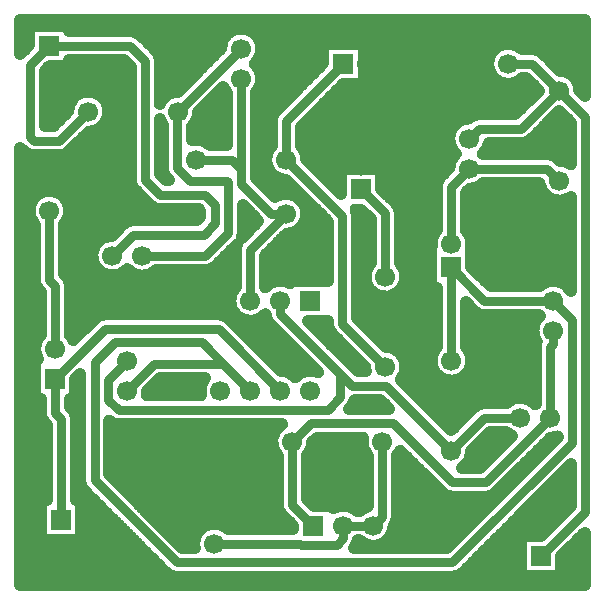
<source format=gbl>
%FSLAX42Y42*%
%MOMM*%
G71*
G01*
G75*
G04 Layer_Physical_Order=2*
%ADD10C,1.00*%
%ADD11C,0.75*%
%ADD12C,1.70*%
%ADD13R,1.70X1.70*%
D10*
X4844Y4296D02*
G03*
X4677Y4463I-170J-3D01*
G01*
X4532Y4608D02*
G03*
X4445Y4644I-87J-87D01*
G01*
X4532Y4608D02*
G03*
X4445Y4644I-87J-87D01*
G01*
X4360D02*
G03*
X4360Y4399I-118J-123D01*
G01*
X4351Y3848D02*
G03*
X4438Y3883I0J123D01*
G01*
X3995Y4093D02*
G03*
X3909Y4057I0J-123D01*
G01*
X3995Y4093D02*
G03*
X3909Y4057I0J-123D01*
G01*
X3908Y4056D02*
G03*
X3799Y3759I3J-170D01*
G01*
X4659Y3719D02*
G03*
X4572Y3755I-87J-87D01*
G01*
X4659Y3719D02*
G03*
X4572Y3755I-87J-87D01*
G01*
X4772Y3669D02*
G03*
X4677Y3701I-98J-139D01*
G01*
X4505Y3510D02*
G03*
X4772Y3392I169J21D01*
G01*
X4351Y3848D02*
G03*
X4438Y3884I0J123D01*
G01*
X4772Y2596D02*
G03*
X4505Y2637I-149J-81D01*
G01*
X4510Y2388D02*
G03*
X4483Y2164I113J-127D01*
G01*
X4025Y3759D02*
G03*
X4077Y3848I-113J127D01*
G01*
X3915Y3462D02*
G03*
X4029Y3510I-3J170D01*
G01*
X3927Y2966D02*
G03*
X3929Y2996I-167J30D01*
G01*
G03*
X3882Y3113I-170J0D01*
G01*
X3953Y2428D02*
G03*
X4040Y2392I87J87D01*
G01*
X3954Y2428D02*
G03*
X4040Y2392I87J87D01*
G01*
X3799Y3759D02*
G03*
X3742Y3635I113J-127D01*
G01*
X3673Y3566D02*
G03*
X3637Y3480I87J-87D01*
G01*
X3673Y3567D02*
G03*
X3637Y3480I87J-87D01*
G01*
X3323Y3253D02*
G03*
X3287Y3339I-123J0D01*
G01*
X3323Y3253D02*
G03*
X3287Y3340I-123J0D01*
G01*
X2532Y3712D02*
G03*
X2485Y3826I-170J-3D01*
G01*
X3637Y3113D02*
G03*
X3592Y2966I123J-118D01*
G01*
X3370Y2718D02*
G03*
X3323Y2836I-170J0D01*
G01*
X3078D02*
G03*
X3370Y2718I123J-118D01*
G01*
X2960Y3233D02*
G03*
X2948Y3286I-123J0D01*
G01*
X2960Y3233D02*
G03*
X2948Y3286I-123J0D01*
G01*
X2365Y3081D02*
G03*
X2532Y3251I-3J170D01*
G01*
X2715Y2319D02*
G03*
X2751Y2232I123J0D01*
G01*
X2715Y2319D02*
G03*
X2751Y2232I123J0D01*
G01*
X4483Y2164D02*
G03*
X4475Y2121I115J-43D01*
G01*
X4483Y2164D02*
G03*
X4475Y2121I115J-43D01*
G01*
X4470Y1637D02*
G03*
X4226Y1647I-127J-113D01*
G01*
X4601Y1354D02*
G03*
X4660Y1366I-3J170D01*
G01*
X4226Y1402D02*
G03*
X4271Y1370I118J123D01*
G01*
X3929Y2007D02*
G03*
X3882Y2124I-170J0D01*
G01*
X3637D02*
G03*
X3929Y2007I123J-118D01*
G01*
X4039Y1647D02*
G03*
X3952Y1611I0J-123D01*
G01*
X4039Y1647D02*
G03*
X3952Y1611I0J-123D01*
G01*
X3849Y1100D02*
G03*
X3929Y1241I-90J144D01*
G01*
X4051Y855D02*
G03*
X4138Y891I0J123D01*
G01*
X4051Y855D02*
G03*
X4138Y891I0J123D01*
G01*
X3769Y177D02*
G03*
X3856Y213I0J123D01*
G01*
X3769Y177D02*
G03*
X3856Y213I0J123D01*
G01*
X3370Y1956D02*
G03*
X3204Y2126I-170J0D01*
G01*
X3331Y1846D02*
G03*
X3370Y1956I-130J109D01*
G01*
X3030Y1953D02*
G03*
X3035Y1918I170J3D01*
G01*
X3297Y1203D02*
G03*
X3326Y1243I-123J118D01*
G01*
X3009Y1356D02*
G03*
X3052Y1203I166J-35D01*
G01*
X2632Y1909D02*
G03*
X2438Y1866I-67J-156D01*
G01*
X2906Y1610D02*
G03*
X2940Y1673I-87J87D01*
G01*
X2906Y1610D02*
G03*
X2940Y1673I-87J87D01*
G01*
X2535Y1203D02*
G03*
X2583Y1318I-123J118D01*
G01*
X3678Y891D02*
G03*
X3764Y855I87J87D01*
G01*
X3678Y891D02*
G03*
X3764Y855I87J87D01*
G01*
X3269Y607D02*
G03*
X3297Y686I-94J79D01*
G01*
X3269Y607D02*
G03*
X3297Y686I-94J79D01*
G01*
X3052Y773D02*
G03*
X2981Y732I46J-164D01*
G01*
Y487D02*
G03*
X3269Y607I118J123D01*
G01*
X2963Y732D02*
G03*
X2761Y757I-118J-123D01*
G01*
X2938Y422D02*
G03*
X2966Y487I-93J79D01*
G01*
X2938Y422D02*
G03*
X2966Y487I-93J79D01*
G01*
X2151Y4648D02*
G03*
X1811Y4651I-170J0D01*
G01*
X2094Y4521D02*
G03*
X2151Y4648I-113J127D01*
G01*
Y4394D02*
G03*
X2094Y4521I-170J0D01*
G01*
X2276Y4124D02*
G03*
X2240Y4037I87J-87D01*
G01*
X2276Y4124D02*
G03*
X2240Y4037I87J-87D01*
G01*
X2104Y4276D02*
G03*
X2151Y4394I-123J118D01*
G01*
X1828Y4321D02*
G03*
X1859Y4276I154J73D01*
G01*
X1445Y4285D02*
G03*
X1291Y4180I3J-170D01*
G01*
X1563Y3989D02*
G03*
X1618Y4112I-115J125D01*
G01*
X1291Y4049D02*
G03*
X1318Y4005I157J65D01*
G01*
X2240Y3826D02*
G03*
X2359Y3538I123J-118D01*
G01*
X2532Y3251D02*
G03*
X2267Y3392I-170J0D01*
G01*
X1985Y3047D02*
G03*
X1992Y3089I-115J42D01*
G01*
X1985Y3047D02*
G03*
X1992Y3089I-115J42D01*
G01*
X1942Y2988D02*
G03*
X1935Y2946I115J-42D01*
G01*
X1942Y2988D02*
G03*
X1935Y2946I115J-42D01*
G01*
X1718Y3831D02*
G03*
X1563Y3874I-118J-123D01*
G01*
X1318Y3635D02*
G03*
X1354Y3548I123J0D01*
G01*
X1318Y3635D02*
G03*
X1354Y3548I123J0D01*
G01*
X1676Y2773D02*
G03*
X1763Y2809I0J123D01*
G01*
X1676Y2773D02*
G03*
X1763Y2809I0J123D01*
G01*
X1128Y4760D02*
G03*
X1041Y4796I-87J-87D01*
G01*
X1291Y4547D02*
G03*
X1255Y4633I-123J0D01*
G01*
X1291Y4547D02*
G03*
X1255Y4633I-123J0D01*
G01*
X1128Y4760D02*
G03*
X1041Y4796I-87J-87D01*
G01*
X689Y3945D02*
G03*
X856Y4115I-3J170D01*
G01*
G03*
X516Y4118I-170J0D01*
G01*
X1209Y3325D02*
G03*
X1295Y3289I87J87D01*
G01*
X1209Y3325D02*
G03*
X1295Y3289I87J87D01*
G01*
X1046Y3538D02*
G03*
X1082Y3451I123J0D01*
G01*
X1046Y3538D02*
G03*
X1082Y3452I123J0D01*
G01*
X1067Y3196D02*
G03*
X980Y3160I0J-123D01*
G01*
X1067Y3196D02*
G03*
X980Y3160I0J-123D01*
G01*
X1016Y2783D02*
G03*
X1261Y2773I127J113D01*
G01*
X886Y3066D02*
G03*
X1016Y2783I3J-170D01*
G01*
X478Y3159D02*
G03*
X526Y3277I-123J118D01*
G01*
X439Y3746D02*
G03*
X526Y3782I0J123D01*
G01*
X439Y3746D02*
G03*
X526Y3782I0J123D01*
G01*
X139D02*
G03*
X226Y3746I87J87D01*
G01*
X139Y3782D02*
G03*
X226Y3746I87J87D01*
G01*
X526Y3277D02*
G03*
X233Y3159I-170J0D01*
G01*
X2395Y2662D02*
G03*
X2184Y2628I-84J-148D01*
G01*
X2189Y2397D02*
G03*
X2225Y2316I122J6D01*
G01*
X2189Y2397D02*
G03*
X2225Y2316I122J6D01*
G01*
X1935Y2632D02*
G03*
X2184Y2402I123J-118D01*
G01*
X2438Y1866D02*
G03*
X2315Y1923I-127J-113D01*
G01*
X2327Y1468D02*
G03*
X2291Y1203I86J-147D01*
G01*
X1875Y2362D02*
G03*
X1788Y2398I-87J-87D01*
G01*
X1875Y2362D02*
G03*
X1788Y2398I-87J-87D01*
G01*
X1671Y1859D02*
G03*
X1638Y1713I133J-106D01*
G01*
X2291Y787D02*
G03*
X2326Y701I123J0D01*
G01*
X2291Y787D02*
G03*
X2326Y701I123J0D01*
G01*
X1870Y580D02*
G03*
X1586Y422I-118J-123D01*
G01*
X1346Y213D02*
G03*
X1433Y177I87J87D01*
G01*
X1346Y213D02*
G03*
X1433Y177I87J87D01*
G01*
X828Y2398D02*
G03*
X741Y2362I0J-123D01*
G01*
X828Y2398D02*
G03*
X741Y2362I0J-123D01*
G01*
X529Y2642D02*
G03*
X493Y2728I-123J0D01*
G01*
X1181Y1713D02*
G03*
X1186Y1749I-165J40D01*
G01*
X560Y2181D02*
G03*
X529Y2226I-154J-73D01*
G01*
X580Y1516D02*
G03*
X544Y1603I-123J0D01*
G01*
X580Y1516D02*
G03*
X544Y1603I-123J0D01*
G01*
X529Y2642D02*
G03*
X493Y2728I-123J0D01*
G01*
X233Y2692D02*
G03*
X269Y2606I123J0D01*
G01*
X233Y2692D02*
G03*
X269Y2606I123J0D01*
G01*
X284Y2226D02*
G03*
X259Y2024I123J-118D01*
G01*
X284Y1567D02*
G03*
X320Y1480I123J0D01*
G01*
X284Y1567D02*
G03*
X320Y1481I123J0D01*
G01*
X862Y1498D02*
G03*
X942Y1468I81J92D01*
G01*
X862Y1498D02*
G03*
X942Y1468I81J92D01*
G01*
X617Y993D02*
G03*
X653Y906I123J0D01*
G01*
X617Y993D02*
G03*
X653Y907I123J0D01*
G01*
X4794Y4412D02*
Y4890D01*
X4744Y4447D02*
Y4890D01*
X4844Y4295D02*
Y4890D01*
X4485Y4637D02*
X4890D01*
X4553Y4587D02*
X4890D01*
X4603Y4537D02*
X4890D01*
X4764Y4437D02*
X4890D01*
X4815Y4387D02*
X4890D01*
X4838Y4337D02*
X4890D01*
X4653Y4487D02*
X4890D01*
X4644Y4495D02*
Y4890D01*
X4594Y4545D02*
Y4890D01*
X4694Y4461D02*
Y4890D01*
X4494Y4633D02*
Y4890D01*
X4544Y4595D02*
Y4890D01*
X4444Y4644D02*
Y4890D01*
X4532Y4608D02*
X4677Y4463D01*
X4394Y4644D02*
Y4890D01*
X4853Y4287D02*
X4890D01*
Y4249D02*
Y4890D01*
X4844Y4296D02*
X4890Y4249D01*
X4674Y4119D02*
X4772Y4021D01*
X4641Y4087D02*
X4706D01*
X4744Y3685D02*
Y4049D01*
X4541Y3987D02*
X4772D01*
X4591Y4037D02*
X4756D01*
X4772Y3669D02*
Y4021D01*
X4491Y3937D02*
X4772D01*
X4441Y3887D02*
X4772D01*
X4494Y4287D02*
Y4299D01*
X4444Y4237D02*
Y4349D01*
X4694Y3699D02*
Y4099D01*
X4394Y4399D02*
X4500Y4293D01*
X4438Y3884D02*
X4674Y4119D01*
X4594Y3753D02*
Y4040D01*
X4544Y3755D02*
Y3990D01*
X4644Y3731D02*
Y4090D01*
X4494Y3755D02*
Y3940D01*
X4444Y3755D02*
Y3890D01*
X4344Y4657D02*
Y4890D01*
X4294Y4683D02*
Y4890D01*
X4360Y4644D02*
X4445D01*
X4280Y4687D02*
X4890D01*
X4244Y4691D02*
Y4890D01*
X4346Y4387D02*
X4406D01*
X4360Y4399D02*
X4394D01*
X2835Y4337D02*
X4456D01*
X2785Y4287D02*
X4495D01*
X2735Y4237D02*
X4445D01*
X4194Y4684D02*
Y4890D01*
X4144Y4661D02*
Y4890D01*
X4094Y4606D02*
Y4890D01*
X3016Y4687D02*
X4204D01*
X3016Y4637D02*
X4117D01*
X3016Y4587D02*
X4085D01*
X3016Y4537D02*
X4073D01*
X3016Y4487D02*
X4075D01*
X3016Y4437D02*
X4094D01*
X3016Y4387D02*
X4138D01*
X4394Y4187D02*
Y4399D01*
X4344Y4137D02*
Y4386D01*
X4294Y4093D02*
Y4360D01*
X4244Y4093D02*
Y4351D01*
X4194Y4093D02*
Y4358D01*
X4144Y4093D02*
Y4382D01*
X4300Y4093D02*
X4500Y4293D01*
X3995Y4093D02*
X4300D01*
X2685Y4187D02*
X4395D01*
X2635Y4137D02*
X4345D01*
X4044Y4093D02*
Y4890D01*
X3994Y4093D02*
Y4890D01*
X3944Y4081D02*
Y4890D01*
X3894Y4055D02*
Y4890D01*
X3844Y4042D02*
Y4890D01*
X4094Y4093D02*
Y4437D01*
X2585Y4087D02*
X3959D01*
X4636Y3737D02*
X4772D01*
X4659Y3719D02*
X4677Y3701D01*
X4074Y3837D02*
X4772D01*
X4050Y3787D02*
X4772D01*
X4741Y3687D02*
X4772D01*
X4764Y3387D02*
X4772D01*
X4644Y2683D02*
Y3363D01*
X4394Y3755D02*
Y3855D01*
X4344Y3755D02*
Y3848D01*
X4077D02*
X4351D01*
X4294Y3755D02*
Y3848D01*
X4244Y3755D02*
Y3848D01*
X4194Y3755D02*
Y3848D01*
X4144Y3755D02*
Y3848D01*
X4094Y3755D02*
Y3848D01*
X4044Y3755D02*
Y3780D01*
X4744Y2633D02*
Y3376D01*
X4694Y2669D02*
Y3362D01*
X4772Y2596D02*
Y3392D01*
X4594Y2682D02*
Y3380D01*
X4544Y2665D02*
Y3420D01*
X4494Y2637D02*
Y3510D01*
X4741Y2637D02*
X4772D01*
X4041Y2687D02*
X4772D01*
X4091Y2637D02*
X4505D01*
X4444D02*
Y3510D01*
X4394Y2637D02*
Y3510D01*
X4344Y2637D02*
Y3510D01*
X4294Y2637D02*
Y3510D01*
X4244Y2637D02*
Y3510D01*
X4194Y2637D02*
Y3510D01*
X4144Y2637D02*
Y3510D01*
X4494Y2372D02*
Y2392D01*
X4044Y2684D02*
Y3510D01*
X4094Y2637D02*
Y3510D01*
X3882Y3387D02*
X4583D01*
X4029Y3755D02*
X4572D01*
X3882Y3337D02*
X4772D01*
X3882Y3287D02*
X4772D01*
X3882Y3237D02*
X4772D01*
X3882Y3187D02*
X4772D01*
X3924Y3037D02*
X4772D01*
X3929Y2987D02*
X4772D01*
X3929Y2937D02*
X4772D01*
X3882Y3137D02*
X4772D01*
X3903Y3087D02*
X4772D01*
X4029Y3510D02*
X4505D01*
X4000Y3487D02*
X4509D01*
X3882Y3429D02*
X3915Y3462D01*
X3890Y3437D02*
X4532D01*
X3894Y3099D02*
Y3442D01*
X3882Y3113D02*
Y3429D01*
X3941Y2787D02*
X4772D01*
X3991Y2737D02*
X4772D01*
X4040Y2392D02*
X4505D01*
X3929Y2887D02*
X4772D01*
X3929Y2837D02*
X4772D01*
X3882Y2387D02*
X4509D01*
X3882Y2337D02*
X4471D01*
X3882Y2287D02*
X4455D01*
X3882Y2237D02*
X4454D01*
X3882Y2187D02*
X4470D01*
X3882Y2137D02*
X4476D01*
X3944Y2784D02*
Y3465D01*
X3929Y2799D02*
Y2966D01*
X3994Y2734D02*
Y3484D01*
X3929Y2799D02*
X4091Y2637D01*
X3882Y2500D02*
X3953Y2428D01*
X3882Y2124D02*
Y2500D01*
Y2487D02*
X3895D01*
X3882Y2437D02*
X3945D01*
X3794Y4009D02*
Y4890D01*
X3744Y3917D02*
Y4890D01*
X3694Y3588D02*
Y4890D01*
X3144Y3626D02*
Y4890D01*
X3094Y3626D02*
Y4890D01*
X3044Y3626D02*
Y4890D01*
X3794Y3755D02*
Y3763D01*
X3744Y3663D02*
Y3856D01*
X2827Y3626D02*
X3167D01*
Y3587D02*
X3693D01*
X2994Y4691D02*
Y4890D01*
X2944Y4691D02*
Y4890D01*
X3016Y4351D02*
Y4691D01*
X2894D02*
Y4890D01*
X2844Y4691D02*
Y4890D01*
X2994Y3626D02*
Y4351D01*
X2944Y3626D02*
Y4351D01*
X2894Y3626D02*
Y4351D01*
X2850D02*
X3016D01*
X2844Y3626D02*
Y4346D01*
X3673Y3567D02*
X3742Y3635D01*
X3644Y3522D02*
Y4890D01*
X3167Y3537D02*
X3651D01*
X3594Y3037D02*
Y4890D01*
X3240Y3387D02*
X3637D01*
X3289Y3337D02*
X3637D01*
Y3113D02*
Y3480D01*
X3167Y3487D02*
X3637D01*
X3190Y3437D02*
X3637D01*
X3294Y3331D02*
Y4890D01*
X3244Y3382D02*
Y4890D01*
X3344Y2808D02*
Y4890D01*
X3167Y3459D02*
Y3626D01*
X3194Y3432D02*
Y4890D01*
X3167Y3459D02*
X3287Y3340D01*
X2807Y3437D02*
X2827D01*
Y3417D02*
Y3626D01*
X2794Y4691D02*
Y4890D01*
X2744Y4691D02*
Y4890D01*
X2676Y4691D02*
X3016D01*
X2535Y4037D02*
X3833D01*
X2485Y3986D02*
X2850Y4351D01*
X2485Y3987D02*
X3775D01*
X2513Y3787D02*
X3774D01*
X2485Y3937D02*
X3749D01*
X2530Y3737D02*
X3778D01*
X2485Y3887D02*
X3742D01*
X2485Y3837D02*
X3749D01*
X2694Y4691D02*
Y4890D01*
X2644Y4492D02*
Y4890D01*
X2594Y4442D02*
Y4890D01*
X2544Y4392D02*
Y4890D01*
X2494Y4342D02*
Y4890D01*
X2676Y4524D02*
Y4691D01*
X2485Y3826D02*
Y3986D01*
X2494Y3815D02*
Y3996D01*
X2444Y4292D02*
Y4890D01*
X2394Y4242D02*
Y4890D01*
X2744Y3499D02*
Y4246D01*
X2694Y3549D02*
Y4196D01*
X2794Y3449D02*
Y4296D01*
X2557Y3687D02*
X3751D01*
X2644Y3599D02*
Y4146D01*
X2532Y3712D02*
X2827Y3417D01*
X2657Y3587D02*
X2827D01*
X2707Y3537D02*
X2827D01*
X2757Y3487D02*
X2827D01*
X2607Y3637D02*
X3742D01*
X2359Y3538D02*
X2715Y3183D01*
X2544Y3699D02*
Y4046D01*
X2594Y3649D02*
Y4096D01*
X2394Y3418D02*
Y3503D01*
X2444Y3400D02*
Y3453D01*
X2594Y2685D02*
Y3303D01*
X2509Y3337D02*
X2560D01*
X2544Y2685D02*
Y3353D01*
X2465Y3387D02*
X2510D01*
X2494Y3358D02*
Y3403D01*
X3318Y3287D02*
X3637D01*
X3323Y3237D02*
X3637D01*
X3323Y3187D02*
X3637D01*
X3323Y3137D02*
X3637D01*
X3323Y3087D02*
X3616D01*
X3323Y3037D02*
X3594D01*
X3323Y2987D02*
X3589D01*
X3323Y2937D02*
X3589D01*
X3323Y2887D02*
X3589D01*
X3323Y2837D02*
X3589D01*
X3323Y2836D02*
Y3253D01*
X2994Y3286D02*
X3078Y3202D01*
Y2836D02*
Y3202D01*
X2960Y3237D02*
X3043D01*
X2960Y3187D02*
X3078D01*
X2960Y3137D02*
X3078D01*
X2960Y3087D02*
X3078D01*
X2960Y3037D02*
X3078D01*
X2960Y2987D02*
X3078D01*
X2960Y2937D02*
X3078D01*
X3369Y2737D02*
X3589D01*
X3368Y2687D02*
X3589D01*
Y2626D02*
X3637D01*
X3356Y2787D02*
X3589D01*
X3350Y2637D02*
X3589D01*
X3309Y2587D02*
X3637D01*
X3093Y2237D02*
X3637D01*
X3143Y2187D02*
X3637D01*
X3193Y2137D02*
X3637D01*
X2993Y2337D02*
X3637D01*
X3043Y2287D02*
X3637D01*
X3044Y2785D02*
Y3236D01*
X3589Y2626D02*
Y2966D01*
X2960Y2370D02*
Y3233D01*
X2994Y2335D02*
Y3286D01*
X3144Y2185D02*
Y2557D01*
X3094Y2235D02*
Y2585D01*
X3194Y2135D02*
Y2548D01*
X3044Y2285D02*
Y2650D01*
X2948Y3286D02*
X2994D01*
X2520Y3187D02*
X2710D01*
X2488Y3137D02*
X2715D01*
X2406Y3087D02*
X2715D01*
X2960Y2887D02*
X3078D01*
X2960Y2837D02*
X3078D01*
X2960Y2787D02*
X3045D01*
X2960Y2737D02*
X3031D01*
X2960Y2687D02*
X3033D01*
X2694Y2685D02*
Y3203D01*
X2528Y3287D02*
X2610D01*
X2644Y2685D02*
Y3253D01*
X2532Y3237D02*
X2660D01*
X2715Y2685D02*
Y3183D01*
X2494Y2685D02*
Y3144D01*
X2444Y2685D02*
Y3102D01*
X2395Y2685D02*
X2715D01*
X2394Y2663D02*
Y3084D01*
X2960Y2587D02*
X3092D01*
X2960Y2637D02*
X3051D01*
X2960Y2537D02*
X3637D01*
X2960Y2487D02*
X3637D01*
X2960Y2437D02*
X3637D01*
X2960Y2387D02*
X3637D01*
X2751Y2137D02*
X2846D01*
X2701Y2187D02*
X2796D01*
X2715Y2319D02*
Y2345D01*
X2644Y2243D02*
Y2345D01*
X2694Y2193D02*
Y2345D01*
X2395Y2662D02*
Y2685D01*
X2543Y2345D02*
X2715D01*
X2651Y2237D02*
X2746D01*
X2601Y2287D02*
X2719D01*
X2744Y2143D02*
Y2239D01*
X2551Y2337D02*
X2715D01*
X2594Y2293D02*
Y2345D01*
X4475Y1642D02*
Y2121D01*
X4444Y1661D02*
Y2392D01*
X4394Y1686D02*
Y2392D01*
X4644Y1348D02*
Y1361D01*
X4594Y1298D02*
Y1348D01*
X4392Y1687D02*
X4475D01*
X4584Y1337D02*
X4633D01*
X4344Y1694D02*
Y2392D01*
X4294Y1687D02*
Y2392D01*
X4244Y1662D02*
Y2392D01*
X4194Y1647D02*
Y2392D01*
X4144Y1647D02*
Y2392D01*
X4244Y1344D02*
Y1386D01*
X4194Y1294D02*
Y1402D01*
X4094Y1647D02*
Y2392D01*
X4089Y1402D02*
X4226D01*
X4534Y1287D02*
X4583D01*
X4544Y1248D02*
Y1298D01*
X4772Y780D02*
Y1129D01*
X4484Y1237D02*
X4533D01*
X4494Y1198D02*
Y1248D01*
X4138Y891D02*
X4601Y1354D01*
X4730Y1087D02*
X4772D01*
X4744Y752D02*
Y1101D01*
X4694Y702D02*
Y1051D01*
X4680Y1037D02*
X4772D01*
X4644Y652D02*
Y1001D01*
X4434Y1187D02*
X4483D01*
X4444Y1148D02*
Y1198D01*
X4394Y1098D02*
Y1148D01*
X4144Y1244D02*
Y1402D01*
X4094Y1194D02*
Y1402D01*
X4384Y1137D02*
X4433D01*
X4334Y1087D02*
X4383D01*
X4344Y1048D02*
Y1098D01*
X4284Y1037D02*
X4333D01*
X4294Y998D02*
Y1048D01*
X3926Y2037D02*
X4475D01*
X3928Y1987D02*
X4475D01*
X4044Y1647D02*
Y2392D01*
X3909Y2087D02*
X4475D01*
X3914Y1937D02*
X4475D01*
X3880Y1887D02*
X4475D01*
X3769Y1837D02*
X4475D01*
X3490Y1687D02*
X4295D01*
X4039Y1647D02*
X4226D01*
X3390Y1787D02*
X4475D01*
X3440Y1737D02*
X4475D01*
X3994Y1638D02*
Y2401D01*
X3894Y2110D02*
Y2487D01*
X3944Y1603D02*
Y2437D01*
X3894Y1553D02*
Y1904D01*
X3540Y1637D02*
X3991D01*
X3590Y1587D02*
X3928D01*
X4075Y1387D02*
X4243D01*
X4025Y1337D02*
X4237D01*
X4044Y1144D02*
Y1357D01*
X4001Y1100D02*
X4271Y1370D01*
X3929Y1241D02*
X4089Y1402D01*
X3719Y422D02*
X4660Y1364D01*
X3975Y1287D02*
X4187D01*
X3929Y1237D02*
X4137D01*
X3919Y1187D02*
X4087D01*
X3891Y1137D02*
X4037D01*
X3856Y213D02*
X4772Y1129D01*
X3844Y1503D02*
Y1859D01*
X3794Y1453D02*
Y1840D01*
X3759Y1418D02*
X3952Y1611D01*
X3640Y1537D02*
X3878D01*
X3690Y1487D02*
X3828D01*
X3994Y1100D02*
Y1307D01*
X3944Y1100D02*
Y1257D01*
X3894Y1100D02*
Y1142D01*
X3849Y1100D02*
X4001D01*
X4630Y987D02*
X4772D01*
X4580Y937D02*
X4772D01*
X4530Y887D02*
X4772D01*
X4480Y837D02*
X4772D01*
X4430Y787D02*
X4772D01*
X4518Y526D02*
X4772Y780D01*
X4876Y537D02*
X4890D01*
X4826Y487D02*
X4890D01*
X4776Y437D02*
X4890D01*
X4726Y387D02*
X4890D01*
X4691Y352D02*
X4890Y551D01*
X4594Y602D02*
Y951D01*
X4544Y552D02*
Y901D01*
X4494Y526D02*
Y851D01*
X4244Y948D02*
Y998D01*
X4444Y526D02*
Y801D01*
X4380Y737D02*
X4729D01*
X4394Y526D02*
Y751D01*
X4351Y526D02*
X4518D01*
X4330Y687D02*
X4679D01*
X4280Y637D02*
X4629D01*
X4890Y110D02*
Y551D01*
X4844Y110D02*
Y506D01*
X4794Y110D02*
Y456D01*
X4744Y110D02*
Y406D01*
X4691Y186D02*
Y352D01*
X4694Y110D02*
Y356D01*
X4691Y337D02*
X4890D01*
X4691Y287D02*
X4890D01*
X4691Y237D02*
X4890D01*
X4691Y187D02*
X4890D01*
X4351Y186D02*
X4691D01*
X4644Y110D02*
Y186D01*
X4351D02*
Y526D01*
X4344Y110D02*
Y701D01*
X4294Y110D02*
Y651D01*
X4244Y110D02*
Y601D01*
X4594Y110D02*
Y186D01*
X4544Y110D02*
Y186D01*
X4494Y110D02*
Y186D01*
X4444Y110D02*
Y186D01*
X4394Y110D02*
Y186D01*
X4234Y987D02*
X4283D01*
X4184Y937D02*
X4233D01*
X4194Y898D02*
Y948D01*
X4144Y848D02*
Y898D01*
X4133Y887D02*
X4183D01*
X4094Y798D02*
Y863D01*
X4230Y587D02*
X4579D01*
X3297Y837D02*
X4133D01*
X3297Y787D02*
X4083D01*
X4044Y748D02*
Y855D01*
X3994Y698D02*
Y855D01*
X3944Y648D02*
Y855D01*
X3764D02*
X4051D01*
X3894Y598D02*
Y855D01*
X3297Y737D02*
X4033D01*
X3297Y687D02*
X3983D01*
X3844Y548D02*
Y855D01*
X3287Y637D02*
X3933D01*
X3267Y587D02*
X3883D01*
X4180Y537D02*
X4529D01*
X4194Y110D02*
Y551D01*
X4144Y110D02*
Y501D01*
X4130Y487D02*
X4351D01*
X4080Y437D02*
X4351D01*
X4030Y387D02*
X4351D01*
X3980Y337D02*
X4351D01*
X3930Y287D02*
X4351D01*
X3880Y237D02*
X4351D01*
X3817Y187D02*
X4351D01*
X4094Y110D02*
Y451D01*
X4044Y110D02*
Y401D01*
X3994Y110D02*
Y351D01*
X3252Y537D02*
X3833D01*
X3794Y498D02*
Y855D01*
X3944Y110D02*
Y301D01*
X3894Y110D02*
Y251D01*
X3844Y110D02*
Y203D01*
X3637Y2124D02*
Y2626D01*
X3594Y2048D02*
Y2626D01*
X3544Y1633D02*
Y4890D01*
X3309Y2087D02*
X3609D01*
X3444Y1733D02*
Y4890D01*
X3494Y1683D02*
Y4890D01*
X3350Y2037D02*
X3592D01*
X3368Y1987D02*
X3590D01*
X3369Y1937D02*
X3604D01*
X3356Y1887D02*
X3639D01*
X3340Y1837D02*
X3749D01*
X3344Y2046D02*
Y2627D01*
X3294Y2097D02*
Y2576D01*
X3394Y1783D02*
Y4890D01*
X3244Y2120D02*
Y2554D01*
X3344Y1833D02*
Y1865D01*
X2994Y1918D02*
Y1989D01*
X2969Y1918D02*
X3035D01*
X3744Y1433D02*
Y1837D01*
X3694Y1483D02*
Y1849D01*
X3740Y1437D02*
X3778D01*
X3644Y1533D02*
Y1881D01*
X3594Y1583D02*
Y1965D01*
X3331Y1846D02*
X3759Y1418D01*
X3326Y1243D02*
X3678Y891D01*
X3323Y1237D02*
X3332D01*
X3344Y422D02*
Y1225D01*
X3297Y686D02*
Y1203D01*
X3157Y1673D02*
X3230Y1601D01*
X3144D02*
Y1673D01*
X3094Y1601D02*
Y1673D01*
X3044Y1601D02*
Y1673D01*
X2994Y1601D02*
Y1673D01*
X3194Y1601D02*
Y1636D01*
X3052Y773D02*
Y1203D01*
X3044Y771D02*
Y1212D01*
X2994Y744D02*
Y1356D01*
X2960Y2370D02*
X3204Y2126D01*
X2851Y2037D02*
X2946D01*
X2944Y1943D02*
Y2039D01*
X2543Y2345D02*
X2906Y1982D01*
X2801Y2087D02*
X2896D01*
X2751Y2232D02*
X3030Y1953D01*
X2940Y1673D02*
X3157D01*
X2951Y1937D02*
X3031D01*
X2926Y1637D02*
X3194D01*
X2901Y1987D02*
X2996D01*
X2906Y1981D02*
X2969Y1918D01*
X2844Y2043D02*
Y2139D01*
X2794Y2093D02*
Y2189D01*
X2894Y1993D02*
Y2089D01*
X2394Y1901D02*
Y2147D01*
X2444Y1872D02*
Y2097D01*
X2594Y1920D02*
Y1947D01*
X2544Y1921D02*
Y1997D01*
X2494Y1907D02*
Y2047D01*
X2416Y1887D02*
X2461D01*
X2944Y1601D02*
Y1673D01*
X2897Y1601D02*
X3230D01*
X2897D02*
X2906Y1610D01*
X2621Y1356D02*
X3009D01*
X2602Y1337D02*
X3006D01*
X2894Y772D02*
Y1356D01*
X2944Y747D02*
Y1356D01*
X2580Y1287D02*
X3008D01*
X2561Y1237D02*
X3027D01*
X2844Y780D02*
Y1356D01*
X2744Y780D02*
Y1356D01*
X2794Y772D02*
Y1356D01*
X2694Y780D02*
Y1356D01*
X2644Y780D02*
Y1356D01*
X2583Y1318D02*
X2621Y1356D01*
X2544Y829D02*
Y1213D01*
X2594Y780D02*
Y1329D01*
X2535Y838D02*
Y1203D01*
X3644Y422D02*
Y925D01*
X3594Y422D02*
Y975D01*
X3297Y937D02*
X3632D01*
X3297Y987D02*
X3582D01*
X3544Y422D02*
Y1025D01*
X3744Y448D02*
Y857D01*
X3694Y422D02*
Y877D01*
X3297Y887D02*
X3682D01*
X3216Y487D02*
X3783D01*
X3444Y422D02*
Y1125D01*
X3297Y1187D02*
X3382D01*
X3394Y422D02*
Y1175D01*
X3297Y1137D02*
X3432D01*
X3297Y1087D02*
X3482D01*
X3297Y1037D02*
X3532D01*
X3494Y422D02*
Y1075D01*
X3294Y422D02*
Y658D01*
X3794Y110D02*
Y180D01*
X3744Y110D02*
Y177D01*
X3694Y110D02*
Y177D01*
X3644Y110D02*
Y177D01*
X3594Y110D02*
Y177D01*
X3544Y110D02*
Y177D01*
X3494Y110D02*
Y177D01*
X3444Y110D02*
Y177D01*
X3394Y110D02*
Y177D01*
X3344Y110D02*
Y177D01*
X3294Y110D02*
Y177D01*
X3244Y422D02*
Y522D01*
X3194Y422D02*
Y469D01*
X3144Y422D02*
Y446D01*
X3094Y422D02*
Y440D01*
X3044Y422D02*
Y449D01*
X3244Y110D02*
Y177D01*
X3194Y110D02*
Y177D01*
X3144Y110D02*
Y177D01*
X3094Y110D02*
Y177D01*
X3044Y110D02*
Y177D01*
X2535Y1187D02*
X3052D01*
X2535Y1137D02*
X3052D01*
X2535Y1087D02*
X3052D01*
X2535Y1037D02*
X3052D01*
X2535Y987D02*
X3052D01*
X2535Y937D02*
X3052D01*
X2587Y787D02*
X3052D01*
X2535Y887D02*
X3052D01*
X2537Y837D02*
X3052D01*
X2957Y737D02*
X2986D01*
X2761Y757D02*
Y780D01*
X2594D02*
X2761D01*
X2535Y838D02*
X2594Y780D01*
X2963Y732D02*
X2981D01*
X2966Y487D02*
X2981D01*
X2966Y487D02*
X2981D01*
X2421Y580D02*
Y606D01*
X2394Y580D02*
Y633D01*
X2949Y437D02*
X3733D01*
X2994Y422D02*
Y475D01*
X2944Y422D02*
Y430D01*
X2938Y422D02*
X3719D01*
X2994Y110D02*
Y177D01*
X2944Y110D02*
Y177D01*
X2894Y110D02*
Y177D01*
X2844Y110D02*
Y177D01*
X2794Y110D02*
Y177D01*
X2744Y110D02*
Y177D01*
X2694Y110D02*
Y177D01*
X2644Y110D02*
Y177D01*
X2594Y110D02*
Y177D01*
X2544Y110D02*
Y177D01*
X2494Y110D02*
Y177D01*
X2444Y110D02*
Y177D01*
X2394Y110D02*
Y177D01*
X2344Y110D02*
Y177D01*
X2147Y4687D02*
X2676D01*
X2151Y4637D02*
X2676D01*
X2140Y4587D02*
X2676D01*
X2080Y4787D02*
X4890D01*
X2126Y4737D02*
X4890D01*
X2146Y4437D02*
X2589D01*
X2151Y4387D02*
X2539D01*
X2141Y4337D02*
X2489D01*
X2110Y4537D02*
X2676D01*
X2124Y4487D02*
X2639D01*
X2094Y4775D02*
Y4890D01*
X2044Y4806D02*
Y4890D01*
X2144Y4696D02*
Y4890D01*
X1994Y4818D02*
Y4890D01*
X1944Y4814D02*
Y4890D01*
X2144Y4442D02*
Y4601D01*
X1894Y4794D02*
Y4890D01*
X1844Y4749D02*
Y4890D01*
X2344Y4192D02*
Y4890D01*
X2294Y4142D02*
Y4890D01*
X2276Y4124D02*
X2676Y4524D01*
X2113Y4287D02*
X2439D01*
X2104Y4237D02*
X2389D01*
X2244Y4071D02*
Y4890D01*
X2104Y4187D02*
X2339D01*
X2104Y4137D02*
X2289D01*
X2104Y4087D02*
X2250D01*
X2194Y3736D02*
Y4890D01*
X2144Y3515D02*
Y4347D01*
X1844Y3831D02*
Y4293D01*
X2104Y4037D02*
X2240D01*
Y3826D02*
Y4037D01*
X2104Y3632D02*
Y4276D01*
Y3987D02*
X2240D01*
X1859Y3831D02*
Y4276D01*
X1088Y4787D02*
X1883D01*
X1794Y4635D02*
Y4890D01*
X1744Y4585D02*
Y4890D01*
X110D02*
X4890D01*
X110Y4887D02*
X4890D01*
X526Y4837D02*
X4890D01*
X1251Y4637D02*
X1797D01*
X1284Y4587D02*
X1747D01*
X1793Y4287D02*
X1849D01*
X1151Y4737D02*
X1836D01*
X1201Y4687D02*
X1816D01*
X1694Y4535D02*
Y4890D01*
X1644Y4485D02*
Y4890D01*
X1594Y4435D02*
Y4890D01*
X1544Y4385D02*
Y4890D01*
X1494Y4335D02*
Y4890D01*
X1291Y4537D02*
X1697D01*
X1291Y4487D02*
X1647D01*
X1291Y4437D02*
X1597D01*
X1291Y4387D02*
X1547D01*
X1291Y4337D02*
X1497D01*
X1743Y4237D02*
X1859D01*
X1794Y3831D02*
Y4288D01*
X1744Y3831D02*
Y4238D01*
X1693Y4187D02*
X1859D01*
X1445Y4285D02*
X1811Y4651D01*
X1618Y4112D02*
X1828Y4321D01*
X1643Y4137D02*
X1859D01*
X1615Y4087D02*
X1859D01*
X1694Y3850D02*
Y4188D01*
X1599Y4037D02*
X1859D01*
X1563Y3987D02*
X1859D01*
X1444Y4285D02*
Y4890D01*
X1394Y4276D02*
Y4890D01*
X1344Y4250D02*
Y4890D01*
X1291Y4287D02*
X1447D01*
X1644Y3873D02*
Y4138D01*
X1594Y3878D02*
Y4029D01*
X1291Y4237D02*
X1329D01*
X2244Y3415D02*
Y3586D01*
X2294Y3407D02*
Y3553D01*
X2104Y3587D02*
X2243D01*
X2104Y3937D02*
X2240D01*
X2104Y3556D02*
X2267Y3392D01*
X2223Y3437D02*
X2460D01*
X2344Y3420D02*
Y3539D01*
X2123Y3537D02*
X2360D01*
X2173Y3487D02*
X2410D01*
X2104Y3887D02*
X2240D01*
X2104Y3837D02*
X2240D01*
X2104Y3787D02*
X2211D01*
X2104Y3737D02*
X2195D01*
X2104Y3687D02*
X2194D01*
X2104Y3637D02*
X2208D01*
X2104Y3556D02*
Y3632D01*
X2194Y3465D02*
Y3681D01*
X1992Y3287D02*
X2026D01*
X1992Y3237D02*
X2076D01*
X2321Y3037D02*
X2715D01*
X2271Y2987D02*
X2715D01*
X2180Y2896D02*
X2365Y3081D01*
X1992Y3321D02*
X2125Y3188D01*
X1992Y3187D02*
X2125D01*
X1985Y3047D02*
X2125Y3188D01*
X2221Y2937D02*
X2715D01*
X2180Y2887D02*
X2715D01*
X2180Y2837D02*
X2715D01*
X2180Y2787D02*
X2715D01*
X2180Y2737D02*
X2715D01*
X2094Y3157D02*
Y3219D01*
X2044Y3107D02*
Y3269D01*
X1994Y3057D02*
Y3319D01*
X1992Y3137D02*
X2075D01*
X1992Y3089D02*
Y3321D01*
X1992Y3087D02*
X2025D01*
X1718Y3831D02*
X1859D01*
X1563Y3874D02*
Y3989D01*
X1712Y3837D02*
X1859D01*
X1563Y3937D02*
X1859D01*
X1563Y3887D02*
X1859D01*
X1354Y3548D02*
X1368Y3534D01*
X1346D02*
X1368D01*
X1343Y3537D02*
X1365D01*
X1295Y3289D02*
X1623D01*
X1291Y3987D02*
X1318D01*
X1291Y3937D02*
X1318D01*
X1291Y3887D02*
X1318D01*
X1291Y3837D02*
X1318D01*
X1291Y3787D02*
X1318D01*
X1293Y3587D02*
X1327D01*
X1344Y3535D02*
Y3558D01*
X1291Y3737D02*
X1318D01*
X1291Y3589D02*
X1346Y3534D01*
X1891Y2937D02*
X1935D01*
X1841Y2887D02*
X1935D01*
X1791Y2837D02*
X1935D01*
X1623Y3289D02*
X1635Y3277D01*
X521Y3237D02*
X1635D01*
X1763Y2809D02*
X1942Y2988D01*
X1733Y2787D02*
X1935D01*
X1261Y2773D02*
X1676D01*
X1204Y2737D02*
X1935D01*
X1594Y3196D02*
Y3289D01*
X1544Y3196D02*
Y3289D01*
X1494Y3196D02*
Y3289D01*
X1444Y3196D02*
Y3289D01*
X1394Y3196D02*
Y3289D01*
X1635Y3221D02*
Y3277D01*
X1610Y3196D02*
X1635Y3221D01*
X1344Y3196D02*
Y3289D01*
X525Y3287D02*
X1625D01*
X1067Y3196D02*
X1610D01*
X1194Y4694D02*
Y4890D01*
X1144Y4744D02*
Y4890D01*
X1244Y4644D02*
Y4890D01*
X1094Y4784D02*
Y4890D01*
X1044Y4796D02*
Y4890D01*
X1128Y4760D02*
X1255Y4633D01*
X991Y4551D02*
X1046Y4496D01*
X994Y4796D02*
Y4890D01*
X944Y4796D02*
Y4890D01*
X894Y4796D02*
Y4890D01*
X844Y4796D02*
Y4890D01*
X794Y4796D02*
Y4890D01*
X744Y4796D02*
Y4890D01*
X694Y4796D02*
Y4890D01*
Y4285D02*
Y4551D01*
X644Y4796D02*
Y4890D01*
X594Y4796D02*
Y4890D01*
X1294Y4188D02*
Y4890D01*
X1291Y4180D02*
Y4547D01*
X1046Y3538D02*
Y4496D01*
X804Y4237D02*
X1046D01*
X840Y4187D02*
X1046D01*
X1044Y3194D02*
Y4497D01*
X1291Y3589D02*
Y4049D01*
X854Y4137D02*
X1046D01*
X1294Y3585D02*
Y4042D01*
X853Y4087D02*
X1046D01*
X837Y4037D02*
X1046D01*
X994Y3172D02*
Y4547D01*
X944Y3124D02*
Y4551D01*
X894Y3074D02*
Y4551D01*
X794Y4246D02*
Y4551D01*
X844Y4176D02*
Y4551D01*
X744Y4274D02*
Y4551D01*
X844Y3060D02*
Y4054D01*
X644Y4280D02*
Y4551D01*
X594Y4258D02*
Y4551D01*
X494Y4844D02*
Y4890D01*
X444Y4844D02*
Y4890D01*
X544Y4796D02*
Y4890D01*
X394Y4844D02*
Y4890D01*
X344Y4844D02*
Y4890D01*
X294Y4844D02*
Y4890D01*
X526Y4796D02*
X1041D01*
X526D02*
Y4844D01*
Y4551D02*
X991D01*
X244Y4844D02*
Y4890D01*
X186Y4844D02*
X526D01*
X194D02*
Y4890D01*
X186Y4677D02*
Y4844D01*
X144Y4636D02*
Y4890D01*
X110Y4837D02*
X186D01*
X110Y4601D02*
Y4890D01*
Y4787D02*
X186D01*
X110Y4737D02*
X186D01*
X110Y4687D02*
X186D01*
X110Y4637D02*
X146D01*
X110Y4601D02*
X186Y4677D01*
X526Y4537D02*
X1005D01*
X526Y4504D02*
Y4551D01*
X544Y4209D02*
Y4551D01*
X342Y4487D02*
X1046D01*
X318Y4437D02*
X1046D01*
X318Y4387D02*
X1046D01*
X318Y4337D02*
X1046D01*
X318Y4287D02*
X1046D01*
X318Y4237D02*
X567D01*
X318Y4187D02*
X532D01*
X494Y4097D02*
Y4504D01*
X444Y4047D02*
Y4504D01*
X394Y3997D02*
Y4504D01*
X359D02*
X526D01*
X318Y4463D02*
X359Y4504D01*
X389Y3991D02*
X516Y4118D01*
X344Y3991D02*
Y4489D01*
X318Y3991D02*
Y4463D01*
Y4137D02*
X517D01*
X318Y4087D02*
X485D01*
X1291Y3687D02*
X1318D01*
Y3635D02*
Y4005D01*
X1291Y3637D02*
X1318D01*
X1082Y3451D02*
X1209Y3325D01*
X485Y3387D02*
X1147D01*
X1194Y3196D02*
Y3339D01*
X1294Y3196D02*
Y3289D01*
X1244Y3196D02*
Y3300D01*
X515Y3337D02*
X1197D01*
X798Y3987D02*
X1046D01*
X681Y3937D02*
X1046D01*
X631Y3887D02*
X1046D01*
X581Y3837D02*
X1046D01*
X526Y3782D02*
X689Y3945D01*
X1144Y3196D02*
Y3389D01*
X531Y3787D02*
X1046D01*
X494Y3375D02*
Y3759D01*
X1094Y3196D02*
Y3439D01*
X500Y3187D02*
X1021D01*
X886Y3066D02*
X980Y3160D01*
X794Y3037D02*
Y3984D01*
X950Y2737D02*
X1082D01*
X478Y3137D02*
X957D01*
X478Y3087D02*
X907D01*
X744Y2985D02*
Y3955D01*
X494Y2727D02*
Y3178D01*
X478Y3037D02*
X794D01*
X478Y2743D02*
Y3159D01*
Y2987D02*
X746D01*
X478Y2937D02*
X724D01*
X478Y2887D02*
X719D01*
X478Y2837D02*
X729D01*
X478Y2787D02*
X758D01*
X444Y3422D02*
Y3746D01*
X110Y3737D02*
X1046D01*
X226Y3746D02*
X439D01*
X110Y3687D02*
X1046D01*
X110Y3637D02*
X1046D01*
X110Y3587D02*
X1046D01*
X412Y3437D02*
X1097D01*
X110Y3537D02*
X1046D01*
X110Y3487D02*
X1057D01*
X318Y4037D02*
X435D01*
X318Y3991D02*
X389D01*
X110Y3811D02*
X139Y3782D01*
X394Y3442D02*
Y3746D01*
X344Y3446D02*
Y3746D01*
X294Y3435D02*
Y3746D01*
X110Y3787D02*
X134D01*
X110Y3437D02*
X299D01*
X244Y3405D02*
Y3746D01*
X110Y3137D02*
X233D01*
X110Y3087D02*
X233D01*
X110Y3037D02*
X233D01*
X484Y2737D02*
X828D01*
X110Y2987D02*
X233D01*
X478Y2743D02*
X493Y2728D01*
X110Y2937D02*
X233D01*
X110Y2887D02*
X233D01*
X110Y3387D02*
X226D01*
X194Y3331D02*
Y3750D01*
X110Y3337D02*
X197D01*
X110Y3287D02*
X186D01*
X110Y3237D02*
X190D01*
X110Y2837D02*
X233D01*
X110Y3187D02*
X211D01*
X233Y2692D02*
Y3159D01*
X110Y2787D02*
X233D01*
X110Y2737D02*
X233D01*
X2344Y2681D02*
Y3060D01*
X2294Y2684D02*
Y3010D01*
X2244Y2671D02*
Y2960D01*
X2180Y2687D02*
X2715D01*
X2194Y2638D02*
Y2910D01*
X2000Y2237D02*
X2304D01*
X1900Y2337D02*
X2208D01*
X1950Y2287D02*
X2254D01*
X2180Y2637D02*
X2193D01*
X2180Y2632D02*
Y2896D01*
X1935Y2632D02*
Y2946D01*
X1894Y2563D02*
Y2940D01*
X2170Y2387D02*
X2190D01*
X1994Y2243D02*
Y2357D01*
X2044Y2193D02*
Y2345D01*
X1894Y2343D02*
Y2466D01*
X1944Y2293D02*
Y2388D01*
X2150Y2087D02*
X2454D01*
X2344Y1919D02*
Y2197D01*
X2225Y2316D02*
X2632Y1909D01*
X2100Y2137D02*
X2404D01*
X2050Y2187D02*
X2354D01*
X1875Y2362D02*
X2315Y1923D01*
X2300Y1937D02*
X2604D01*
X2250Y1987D02*
X2554D01*
X2200Y2037D02*
X2504D01*
X2244Y1993D02*
Y2297D01*
X2194Y2043D02*
Y2367D01*
X2294Y1943D02*
Y2247D01*
X2094Y2143D02*
Y2349D01*
X2144Y2093D02*
Y2369D01*
X2294Y1443D02*
Y1468D01*
X2244Y1342D02*
Y1468D01*
X2194Y580D02*
Y1468D01*
X2144Y580D02*
Y1468D01*
X2094Y580D02*
Y1468D01*
X1794Y2398D02*
Y2840D01*
X1744Y2398D02*
Y2794D01*
X1844Y2385D02*
Y2890D01*
X520Y2687D02*
X1935D01*
X529Y2637D02*
X1935D01*
X1694Y2398D02*
Y2774D01*
X529Y2587D02*
X1904D01*
X529Y2537D02*
X1889D01*
X828Y2398D02*
X1788D01*
X529Y2487D02*
X1890D01*
X529Y2437D02*
X1906D01*
X1644Y2398D02*
Y2773D01*
X1594Y2398D02*
Y2773D01*
X1544Y2398D02*
Y2773D01*
X1494Y2398D02*
Y2773D01*
X1444Y2398D02*
Y2773D01*
X1394Y2398D02*
Y2773D01*
X1344Y2398D02*
Y2773D01*
X1294Y2398D02*
Y2773D01*
X1244Y2398D02*
Y2759D01*
X1194Y2398D02*
Y2734D01*
X1840Y2387D02*
X1945D01*
X1295Y1859D02*
X1671D01*
X1644Y1813D02*
Y1859D01*
X1274Y1837D02*
X1656D01*
X1224Y1787D02*
X1637D01*
X1185Y1737D02*
X1634D01*
X1181Y1713D02*
X1638D01*
X942Y1468D02*
X2327D01*
X1594Y1713D02*
Y1859D01*
X1544Y1713D02*
Y1859D01*
X1494Y1713D02*
Y1859D01*
X1444Y1713D02*
Y1859D01*
X1394Y1713D02*
Y1859D01*
X1344Y1713D02*
Y1859D01*
X1294Y1713D02*
Y1858D01*
X1244Y1713D02*
Y1808D01*
X1186Y1749D02*
X1295Y1859D01*
X1194Y1713D02*
Y1758D01*
X2291Y787D02*
Y1203D01*
X2244Y580D02*
Y1299D01*
X2044Y580D02*
Y1468D01*
X1994Y580D02*
Y1468D01*
X2326Y701D02*
X2421Y606D01*
X2344Y580D02*
Y683D01*
X2294Y580D02*
Y757D01*
X1863Y587D02*
X2421D01*
X1870Y580D02*
X2421D01*
X1944D02*
Y1468D01*
X1844Y600D02*
Y1468D01*
X1894Y580D02*
Y1468D01*
X1744Y627D02*
Y1468D01*
X1794Y622D02*
Y1468D01*
X1694Y617D02*
Y1468D01*
X1644Y588D02*
Y1468D01*
X1594Y519D02*
Y1468D01*
X1444Y461D02*
Y1468D01*
X1469Y437D02*
X1584D01*
X2294Y110D02*
Y177D01*
X2244Y110D02*
Y177D01*
X2194Y110D02*
Y177D01*
X2144Y110D02*
Y177D01*
X2094Y110D02*
Y177D01*
X2044Y110D02*
Y177D01*
X1994Y110D02*
Y177D01*
X1944Y110D02*
Y177D01*
X1894Y110D02*
Y177D01*
X1844Y110D02*
Y177D01*
X1794Y110D02*
Y177D01*
X1544Y422D02*
Y1468D01*
X1744Y110D02*
Y177D01*
X1494Y422D02*
Y1468D01*
X1483Y422D02*
X1586D01*
X1694Y110D02*
Y177D01*
X1644Y110D02*
Y177D01*
X1594Y110D02*
Y177D01*
X1544Y110D02*
Y177D01*
X1494Y110D02*
Y177D01*
X862Y1437D02*
X2289D01*
X869Y1037D02*
X2291D01*
X919Y987D02*
X2291D01*
X862Y1187D02*
X2291D01*
X862Y1137D02*
X2291D01*
X862Y1087D02*
X2291D01*
X1219Y687D02*
X2340D01*
X1169Y737D02*
X2301D01*
X1269Y637D02*
X2390D01*
X969Y937D02*
X2291D01*
X1019Y887D02*
X2291D01*
X1244Y661D02*
Y1468D01*
X1194Y711D02*
Y1468D01*
X1294Y611D02*
Y1468D01*
X862Y1387D02*
X2256D01*
X862Y1337D02*
X2244D01*
X1069Y837D02*
X2291D01*
X1119Y787D02*
X2291D01*
X1319Y587D02*
X1643D01*
X862Y1287D02*
X2246D01*
X862Y1237D02*
X2265D01*
X1369Y537D02*
X1602D01*
X1394Y511D02*
Y1468D01*
X1419Y487D02*
X1585D01*
X862Y1044D02*
X1483Y422D01*
X1433Y177D02*
X3769D01*
X1444Y110D02*
Y177D01*
X110Y137D02*
X4890D01*
X110Y110D02*
X4890D01*
X1344Y561D02*
Y1468D01*
X653Y906D02*
X1346Y213D01*
X1244Y110D02*
Y315D01*
X110Y337D02*
X1222D01*
X110Y287D02*
X1272D01*
X1394Y110D02*
Y183D01*
X1344Y110D02*
Y215D01*
X1294Y110D02*
Y265D01*
X110Y237D02*
X1322D01*
X110Y187D02*
X1385D01*
X1094Y2398D02*
Y2733D01*
X1044Y2398D02*
Y2757D01*
X994Y2398D02*
Y2762D01*
X944Y2398D02*
Y2735D01*
X844Y2398D02*
Y2732D01*
X794Y2394D02*
Y2754D01*
X1144Y2398D02*
Y2726D01*
X894Y2398D02*
Y2726D01*
X529Y2387D02*
X776D01*
X744Y2365D02*
Y2806D01*
X694Y2315D02*
Y3945D01*
X644Y2265D02*
Y3900D01*
X594Y2215D02*
Y3850D01*
X544Y2207D02*
Y3800D01*
X529Y2337D02*
X716D01*
X529Y2287D02*
X666D01*
X529Y2226D02*
Y2642D01*
Y2237D02*
X616D01*
X576Y1851D02*
X617Y1891D01*
Y993D02*
Y1891D01*
X560Y2181D02*
X741Y2362D01*
X576Y1837D02*
X617D01*
X576Y1787D02*
X617D01*
X576Y1737D02*
X617D01*
X576Y1687D02*
X617D01*
X578Y1537D02*
X617D01*
X529Y1637D02*
X617D01*
X557Y1587D02*
X617D01*
X576Y1684D02*
Y1851D01*
X557Y2187D02*
X566D01*
X594Y830D02*
Y1869D01*
X529Y1684D02*
X576D01*
X544Y1602D02*
Y1684D01*
X529Y1618D02*
Y1684D01*
Y1618D02*
X544Y1603D01*
X269Y2606D02*
X284Y2591D01*
Y2226D02*
Y2591D01*
X110Y2587D02*
X284D01*
X110Y2537D02*
X284D01*
X110Y2487D02*
X284D01*
X110Y2437D02*
X284D01*
X110Y2387D02*
X284D01*
X110Y2337D02*
X284D01*
X110Y2287D02*
X284D01*
X110Y2237D02*
X284D01*
X244Y2160D02*
Y2641D01*
X110Y2687D02*
X233D01*
X110Y2637D02*
X246D01*
X110Y2187D02*
X256D01*
X110Y2137D02*
X239D01*
X244Y2024D02*
Y2057D01*
X110Y2087D02*
X238D01*
X110Y2037D02*
X252D01*
X284Y1567D02*
Y1684D01*
X244Y110D02*
Y1684D01*
X236Y2024D02*
X259D01*
X110Y1987D02*
X236D01*
Y1684D02*
X284D01*
X110Y1637D02*
X284D01*
X110Y1587D02*
X284D01*
X110Y1537D02*
X288D01*
X236Y1684D02*
Y2024D01*
X194Y110D02*
Y3223D01*
X144Y110D02*
Y3777D01*
X110Y1937D02*
X236D01*
X110Y110D02*
Y3811D01*
Y1887D02*
X236D01*
X110Y1837D02*
X236D01*
X110Y1787D02*
X236D01*
X110Y1737D02*
X236D01*
X110Y1687D02*
X236D01*
X894Y1011D02*
Y1477D01*
X1094Y811D02*
Y1468D01*
X862Y1487D02*
X876D01*
X862Y1044D02*
Y1498D01*
X994Y911D02*
Y1468D01*
X944Y961D02*
Y1468D01*
X1044Y861D02*
Y1468D01*
X580Y1487D02*
X617D01*
X580Y1437D02*
X617D01*
X580Y830D02*
Y1516D01*
Y1387D02*
X617D01*
X580Y1337D02*
X617D01*
X580Y1287D02*
X617D01*
X580Y1237D02*
X617D01*
X580Y1187D02*
X617D01*
X580Y1137D02*
X617D01*
X580Y1087D02*
X617D01*
X1144Y761D02*
Y1468D01*
X994Y110D02*
Y565D01*
X944Y110D02*
Y615D01*
X627Y587D02*
X972D01*
X627Y637D02*
X922D01*
X894Y110D02*
Y665D01*
X1194Y110D02*
Y365D01*
X1144Y110D02*
Y415D01*
X1094Y110D02*
Y465D01*
X627Y537D02*
X1022D01*
X1044Y110D02*
Y515D01*
X744Y110D02*
Y815D01*
X694Y110D02*
Y865D01*
X644Y110D02*
Y916D01*
X627Y787D02*
X772D01*
X627Y490D02*
Y830D01*
X844Y110D02*
Y715D01*
X627Y737D02*
X822D01*
X794Y110D02*
Y765D01*
X627Y687D02*
X872D01*
X594Y110D02*
Y490D01*
X320Y1480D02*
X335Y1466D01*
X110Y1437D02*
X335D01*
X580Y1037D02*
X617D01*
X110Y1387D02*
X335D01*
X110Y1337D02*
X335D01*
X110Y1287D02*
X335D01*
X580Y937D02*
X630D01*
X580Y987D02*
X617D01*
X580Y887D02*
X672D01*
X580Y837D02*
X722D01*
X580Y830D02*
X627D01*
X110Y1237D02*
X335D01*
X110Y1487D02*
X314D01*
X110Y1187D02*
X335D01*
X110Y1137D02*
X335D01*
X110Y1087D02*
X335D01*
X110Y1037D02*
X335D01*
X110Y987D02*
X335D01*
X110Y937D02*
X335D01*
X110Y887D02*
X335D01*
X110Y837D02*
X335D01*
X544Y110D02*
Y490D01*
X335Y830D02*
Y1466D01*
X494Y110D02*
Y490D01*
X287D02*
X627D01*
X110Y487D02*
X1072D01*
X444Y110D02*
Y490D01*
X394Y110D02*
Y490D01*
X344Y110D02*
Y490D01*
X110Y437D02*
X1122D01*
X110Y387D02*
X1172D01*
X287Y830D02*
X335D01*
X294D02*
Y1518D01*
X287Y490D02*
Y830D01*
X110Y787D02*
X287D01*
X110Y737D02*
X287D01*
X110Y687D02*
X287D01*
X110Y637D02*
X287D01*
X294Y110D02*
Y490D01*
X110Y587D02*
X287D01*
X110Y537D02*
X287D01*
D11*
X828Y2276D02*
X1788D01*
X406Y1567D02*
X457Y1516D01*
X2793Y450D02*
X2845Y502D01*
X2487Y450D02*
X2793D01*
X2479Y457D02*
X2487Y450D01*
X4895Y729D02*
Y4072D01*
X3995Y3970D02*
X4351D01*
X4597Y2121D02*
X4623Y2146D01*
X3764Y978D02*
X4051D01*
X3264Y1478D02*
X3764Y978D01*
X2570Y1478D02*
X3264D01*
X4783Y1313D02*
Y2355D01*
X3769Y300D02*
X4783Y1313D01*
X1433Y300D02*
X3769D01*
X739Y993D02*
X1433Y300D01*
X739Y993D02*
Y1994D01*
X909Y2164D01*
X1646D01*
X2837Y2319D02*
Y3233D01*
X1067Y3073D02*
X1661D01*
X1758Y3170D01*
Y3327D01*
X1674Y3411D02*
X1758Y3327D01*
X1295Y3411D02*
X1674D01*
X1168Y3538D02*
X1295Y3411D01*
X1168Y3538D02*
Y4547D01*
X1041Y4674D02*
X1168Y4547D01*
X196Y3899D02*
Y4514D01*
Y3899D02*
X226Y3868D01*
X439D01*
X2997Y4112D02*
X3046Y4161D01*
X3960Y188D02*
X4381Y610D01*
X1260Y188D02*
X3960D01*
X620Y406D02*
X671Y457D01*
X356Y2692D02*
X406Y2642D01*
X2918Y1796D02*
X3208D01*
X2713Y1590D02*
X2819Y1697D01*
X942Y1590D02*
X2713D01*
X856Y1676D02*
X942Y1590D01*
X856Y1676D02*
Y1847D01*
X1981Y3505D02*
X2235Y3251D01*
X1440Y3635D02*
Y4107D01*
Y3635D02*
X1549Y3526D01*
X1863D01*
X1869Y3519D01*
Y3089D02*
Y3519D01*
X1676Y2896D02*
X1869Y3089D01*
X2687Y4681D02*
X3320D01*
X2202Y4196D02*
X2687Y4681D01*
X2202Y3553D02*
Y4196D01*
Y3553D02*
X2344Y3411D01*
X2438D01*
X2522Y3327D01*
Y3094D02*
Y3327D01*
X2174Y2746D02*
X2522Y3094D01*
X1803Y2682D02*
X1867Y2746D01*
X917Y4420D02*
X1057Y4280D01*
Y3391D02*
Y4280D01*
Y3391D02*
X1196Y3251D01*
X851Y4008D02*
Y4173D01*
X686Y2797D02*
X968Y2515D01*
X196Y495D02*
Y3353D01*
Y495D02*
X203Y488D01*
X376D01*
X406Y1854D02*
X828Y2276D01*
X406Y1567D02*
Y1854D01*
X457Y660D02*
Y1516D01*
X1788Y2276D02*
X2311Y1753D01*
X1753Y457D02*
X2479D01*
X2845Y502D02*
Y610D01*
X3099D01*
X3175Y686D01*
Y1321D01*
X406Y2108D02*
Y2642D01*
X356Y2692D02*
Y3277D01*
X3912Y3886D02*
X3995Y3970D01*
X4242Y4521D02*
X4445D01*
X4521Y356D02*
X4895Y729D01*
X4351Y3970D02*
X4674Y4293D01*
X4895Y4072D01*
X4445Y4521D02*
X4674Y4293D01*
X3759Y2996D02*
Y3480D01*
X3912Y3632D01*
X4572D01*
X4674Y3531D01*
X2413Y787D02*
Y1321D01*
Y787D02*
X2591Y610D01*
X2413Y1321D02*
X2570Y1478D01*
X4051Y978D02*
X4597Y1524D01*
Y2121D01*
X4623Y2146D02*
Y2261D01*
X1016Y1753D02*
X1245Y1981D01*
X1829D01*
X2057Y1753D01*
X1646Y2164D02*
X1829Y1981D01*
X3759Y2007D02*
Y2796D01*
X4040Y2515D01*
X4623D01*
X4783Y2355D01*
X2819Y1895D02*
X2918Y1796D01*
X2311Y2403D02*
X2819Y1895D01*
X856Y1847D02*
X1016Y2007D01*
X2311Y2403D02*
Y2515D01*
X3208Y1796D02*
X3759Y1245D01*
X4039Y1524D01*
X2819Y1697D02*
Y1895D01*
X4039Y1524D02*
X4343D01*
X2362Y3708D02*
X2837Y3233D01*
X2362Y3708D02*
Y4037D01*
X2846Y4521D01*
X2837Y2319D02*
X3200Y1956D01*
X2997Y3456D02*
X3200Y3253D01*
Y2718D02*
Y3253D01*
X1600Y3708D02*
X1905D01*
X1981Y3632D01*
X2057Y2515D02*
Y2946D01*
X2362Y3251D01*
X1981Y3505D02*
Y3632D01*
Y4394D01*
X2235Y3251D02*
X2362D01*
X1143Y2896D02*
X1676D01*
X1440Y4107D02*
X1448Y4115D01*
X1981Y4648D01*
X439Y3868D02*
X686Y4115D01*
X196Y4514D02*
X356Y4674D01*
X1041D01*
X889Y2896D02*
X1067Y3073D01*
X376Y488D02*
X457Y406D01*
X620D01*
X991Y457D02*
X1260Y188D01*
X671Y457D02*
X991D01*
X968Y2515D02*
X1803D01*
X196Y3353D02*
X686Y3843D01*
X851Y4008D01*
X686Y2797D02*
Y3843D01*
X356Y4039D02*
Y4420D01*
X1196Y3251D02*
X1600D01*
X356Y4420D02*
X605D01*
X917D01*
X605D02*
X851Y4173D01*
X1803Y2515D02*
Y2682D01*
X4381Y610D02*
X4521D01*
X2997Y3656D02*
Y4112D01*
X3046Y4161D02*
Y4521D01*
X3480D01*
X3320Y4681D02*
X3480Y4521D01*
D12*
X3912Y3632D02*
D03*
Y3886D02*
D03*
X4623Y2261D02*
D03*
Y2515D02*
D03*
X4343Y1524D02*
D03*
X4597D02*
D03*
X1016Y2007D02*
D03*
Y1753D02*
D03*
X457Y406D02*
D03*
X4521Y610D02*
D03*
X356Y4420D02*
D03*
X406Y2108D02*
D03*
X686Y4115D02*
D03*
X1448D02*
D03*
X4674Y4293D02*
D03*
Y3531D02*
D03*
X3175Y1321D02*
D03*
X2413D02*
D03*
X1600Y3251D02*
D03*
X2362D02*
D03*
X3759Y1245D02*
D03*
Y2007D02*
D03*
X3200Y1956D02*
D03*
Y2718D02*
D03*
X991Y457D02*
D03*
X1753D02*
D03*
X1600Y3708D02*
D03*
X2362D02*
D03*
X356Y4039D02*
D03*
Y3277D02*
D03*
X3480Y4521D02*
D03*
X4242D02*
D03*
X1981Y4394D02*
D03*
Y4648D02*
D03*
X1143Y2896D02*
D03*
X889D02*
D03*
X2997Y3656D02*
D03*
X3046Y4521D02*
D03*
X3759Y2996D02*
D03*
X2845Y610D02*
D03*
X3099D02*
D03*
X2311Y2515D02*
D03*
X2057D02*
D03*
X1803D02*
D03*
X2565Y1753D02*
D03*
X2311D02*
D03*
X2057D02*
D03*
X1803D02*
D03*
X2223Y2756D02*
D03*
X1905D02*
D03*
D13*
X457Y660D02*
D03*
X4521Y356D02*
D03*
X356Y4674D02*
D03*
X406Y1854D02*
D03*
X2997Y3456D02*
D03*
X2846Y4521D02*
D03*
X3759Y2796D02*
D03*
X2591Y610D02*
D03*
X2565Y2515D02*
D03*
M02*

</source>
